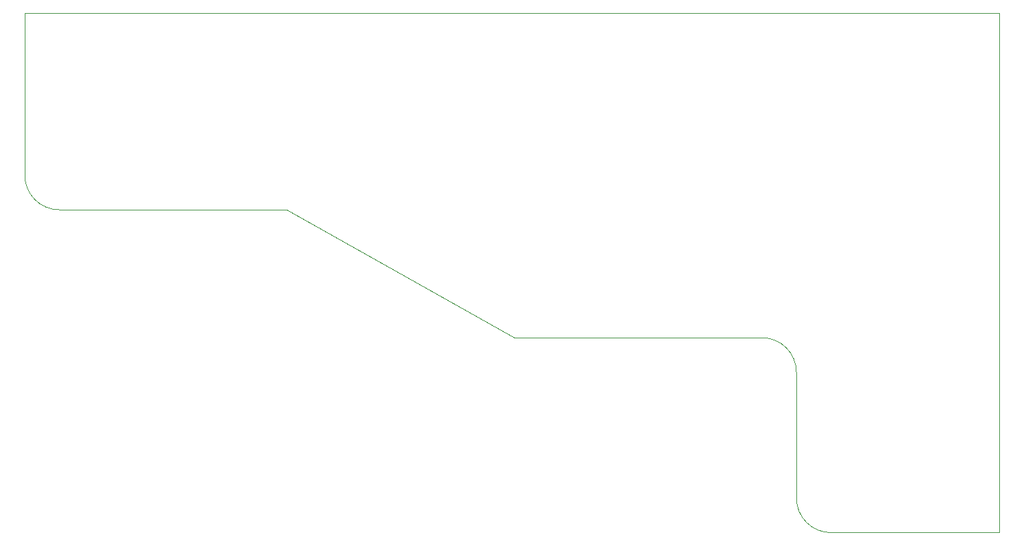
<source format=gbr>
%TF.GenerationSoftware,KiCad,Pcbnew,7.0.5*%
%TF.CreationDate,2023-07-07T19:02:18+02:00*%
%TF.ProjectId,Processor_Board,50726f63-6573-4736-9f72-5f426f617264,rev?*%
%TF.SameCoordinates,Original*%
%TF.FileFunction,Profile,NP*%
%FSLAX46Y46*%
G04 Gerber Fmt 4.6, Leading zero omitted, Abs format (unit mm)*
G04 Created by KiCad (PCBNEW 7.0.5) date 2023-07-07 19:02:18*
%MOMM*%
%LPD*%
G01*
G04 APERTURE LIST*
%TA.AperFunction,Profile*%
%ADD10C,0.100000*%
%TD*%
G04 APERTURE END LIST*
D10*
X40000000Y-150000000D02*
G75*
G03*
X44250000Y-154250000I4250000J0D01*
G01*
X134994796Y-174255204D02*
G75*
G03*
X130744796Y-170005204I-4249999J1D01*
G01*
X135000000Y-189750000D02*
G75*
G03*
X139250000Y-194000000I4250000J0D01*
G01*
X40000000Y-130038000D02*
X40000000Y-150000000D01*
X160000000Y-130038000D02*
X40000000Y-130038000D01*
X160000000Y-194000000D02*
X160000000Y-130038000D01*
X139250000Y-194000000D02*
X160000000Y-194000000D01*
X134994796Y-174255204D02*
X135000000Y-189750000D01*
X100250000Y-170000000D02*
X130744796Y-170005204D01*
X72250000Y-154250000D02*
X100250000Y-170000000D01*
X44250000Y-154250000D02*
X72250000Y-154250000D01*
M02*

</source>
